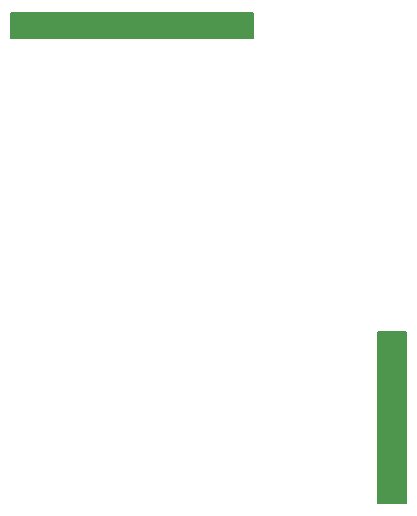
<source format=gbr>
%TF.GenerationSoftware,KiCad,Pcbnew,7.0.1*%
%TF.CreationDate,2024-06-25T20:02:14-07:00*%
%TF.ProjectId,project,70726f6a-6563-4742-9e6b-696361645f70,rev?*%
%TF.SameCoordinates,Original*%
%TF.FileFunction,Soldermask,Top*%
%TF.FilePolarity,Negative*%
%FSLAX46Y46*%
G04 Gerber Fmt 4.6, Leading zero omitted, Abs format (unit mm)*
G04 Created by KiCad (PCBNEW 7.0.1) date 2024-06-25 20:02:14*
%MOMM*%
%LPD*%
G01*
G04 APERTURE LIST*
%ADD10C,0.150000*%
G04 APERTURE END LIST*
D10*
X146600000Y-100500000D02*
X149000000Y-100500000D01*
X149000000Y-115000000D01*
X146600000Y-115000000D01*
X146600000Y-100500000D01*
G36*
X146600000Y-100500000D02*
G01*
X149000000Y-100500000D01*
X149000000Y-115000000D01*
X146600000Y-115000000D01*
X146600000Y-100500000D01*
G37*
X115500000Y-73500000D02*
X136000000Y-73500000D01*
X136000000Y-75650000D01*
X115500000Y-75650000D01*
X115500000Y-73500000D01*
G36*
X115500000Y-73500000D02*
G01*
X136000000Y-73500000D01*
X136000000Y-75650000D01*
X115500000Y-75650000D01*
X115500000Y-73500000D01*
G37*
M02*

</source>
